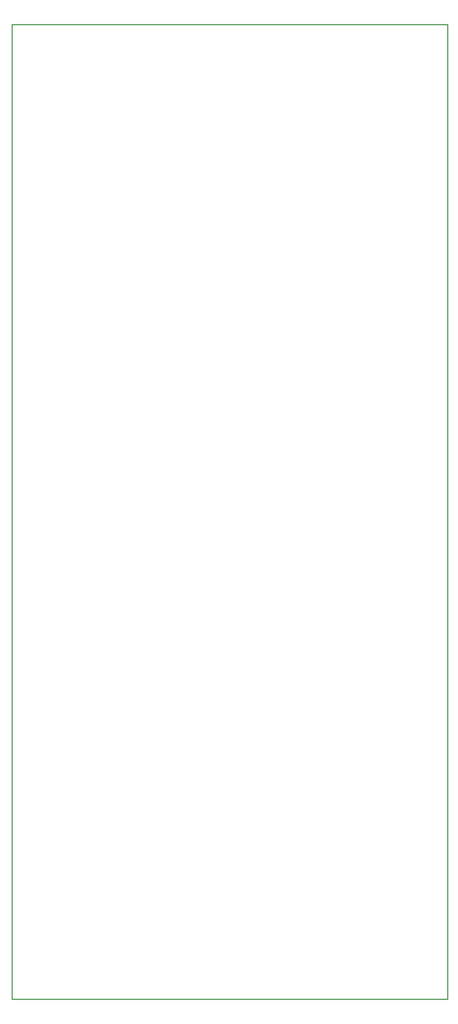
<source format=gbr>
%TF.GenerationSoftware,KiCad,Pcbnew,(6.0.4)*%
%TF.CreationDate,2024-09-07T16:12:38+01:00*%
%TF.ProjectId,pcb,7063622e-6b69-4636-9164-5f7063625858,rev?*%
%TF.SameCoordinates,Original*%
%TF.FileFunction,Profile,NP*%
%FSLAX46Y46*%
G04 Gerber Fmt 4.6, Leading zero omitted, Abs format (unit mm)*
G04 Created by KiCad (PCBNEW (6.0.4)) date 2024-09-07 16:12:38*
%MOMM*%
%LPD*%
G01*
G04 APERTURE LIST*
%TA.AperFunction,Profile*%
%ADD10C,0.100000*%
%TD*%
G04 APERTURE END LIST*
D10*
X193000000Y-53000000D02*
X231000000Y-53000000D01*
X231000000Y-53000000D02*
X231000000Y-138000000D01*
X231000000Y-138000000D02*
X193000000Y-138000000D01*
X193000000Y-138000000D02*
X193000000Y-53000000D01*
M02*

</source>
